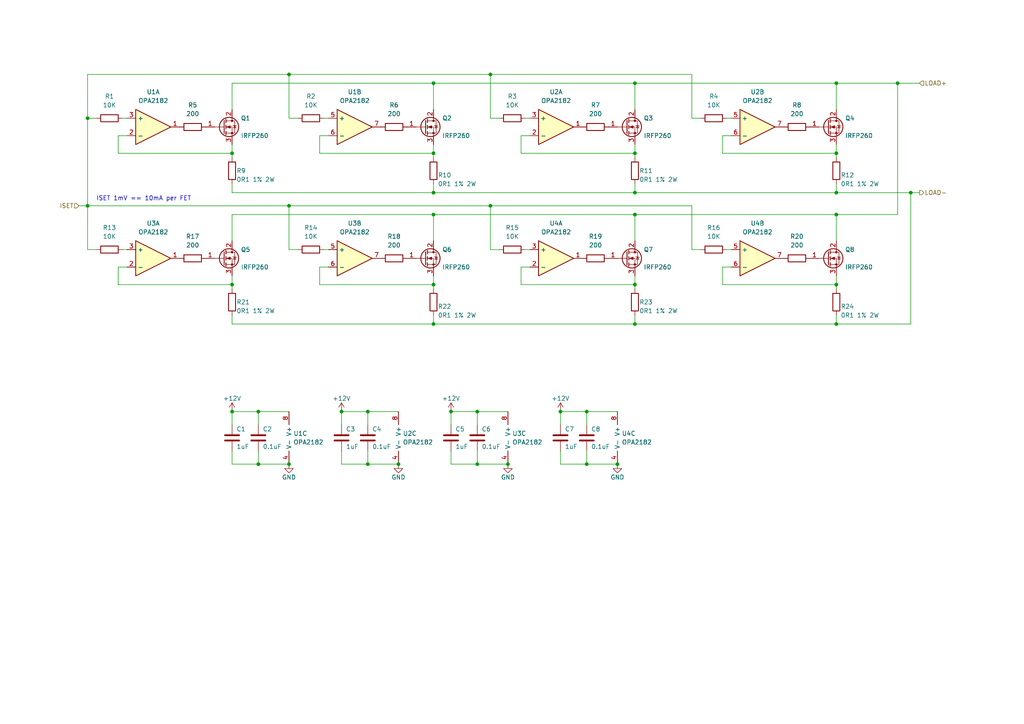
<source format=kicad_sch>
(kicad_sch (version 20211123) (generator eeschema)
  (paper "A4")
  (lib_symbols
    (symbol "Device:C" (pin_numbers hide) (pin_names (offset 0.254))
      (property "Reference" "C" (at 0.635 2.54 0))
      (property "Value" "C" (at 0.635 -2.54 0))
      (symbol "C_0_1"
        (polyline (pts (xy -2.032 -0.762) (xy 2.032 -0.762)) (stroke (width 0.508)))
        (polyline (pts (xy -2.032 0.762) (xy 2.032 0.762)) (stroke (width 0.508)))
      )
      (symbol "C_1_1"
        (pin passive line (at 0 3.81 270) (length 2.794) (name "~") (number "1"))
        (pin passive line (at 0 -3.81 90) (length 2.794) (name "~") (number "2"))
      )
    )
    (symbol "Device:Opamp_Dual"
      (property "Reference" "U" (at 0 5.08 0))
      (property "Value" "Opamp_Dual" (at 0 -5.08 0))
      (symbol "Opamp_Dual_1_1"
        (polyline (pts (xy -5.08 5.08) (xy 5.08 0) (xy -5.08 -5.08) (xy -5.08 5.08)) (stroke (width 0.254)) (fill (type background)))
        (pin output line (at 7.62 0 180) (length 2.54) (name "~") (number "1"))
        (pin input line (at -7.62 -2.54 0) (length 2.54) (name "-") (number "2"))
        (pin input line (at -7.62 2.54 0) (length 2.54) (name "+") (number "3"))
      )
      (symbol "Opamp_Dual_2_1"
        (polyline (pts (xy -5.08 5.08) (xy 5.08 0) (xy -5.08 -5.08) (xy -5.08 5.08)) (stroke (width 0.254)) (fill (type background)))
        (pin input line (at -7.62 2.54 0) (length 2.54) (name "+") (number "5"))
        (pin input line (at -7.62 -2.54 0) (length 2.54) (name "-") (number "6"))
        (pin output line (at 7.62 0 180) (length 2.54) (name "~") (number "7"))
      )
      (symbol "Opamp_Dual_3_1"
        (pin power_in line (at -2.54 -7.62 90) (length 3.81) (name "V-") (number "4"))
        (pin power_in line (at -2.54 7.62 270) (length 3.81) (name "V+") (number "8"))
      )
    )
    (symbol "Device:Q_NMOS_GDS" (pin_names (offset 0) hide)
      (property "Reference" "Q" (at 5.08 1.27 0))
      (property "Value" "Q_NMOS_GDS" (at 5.08 -1.27 0))
      (symbol "Q_NMOS_GDS_0_1"
        (polyline (pts (xy 0.254 0) (xy -2.54 0)))
        (polyline (pts (xy 0.254 1.905) (xy 0.254 -1.905)) (stroke (width 0.254)))
        (polyline (pts (xy 0.762 -1.27) (xy 0.762 -2.286)) (stroke (width 0.254)))
        (polyline (pts (xy 0.762 0.508) (xy 0.762 -0.508)) (stroke (width 0.254)))
        (polyline (pts (xy 0.762 2.286) (xy 0.762 1.27)) (stroke (width 0.254)))
        (polyline (pts (xy 2.54 2.54) (xy 2.54 1.778)))
        (polyline (pts (xy 2.54 -2.54) (xy 2.54 0) (xy 0.762 0)))
        (polyline (pts (xy 0.762 -1.778) (xy 3.302 -1.778) (xy 3.302 1.778) (xy 0.762 1.778)))
        (polyline (pts (xy 1.016 0) (xy 2.032 0.381) (xy 2.032 -0.381) (xy 1.016 0)) (fill (type outline)))
        (polyline (pts (xy 2.794 0.508) (xy 2.921 0.381) (xy 3.683 0.381) (xy 3.81 0.254)))
        (polyline (pts (xy 3.302 0.381) (xy 2.921 -0.254) (xy 3.683 -0.254) (xy 3.302 0.381)))
        (circle (center 1.651 0) (radius 2.794) (stroke (width 0.254)))
        (circle (center 2.54 -1.778) (radius 0.254) (fill (type outline)))
        (circle (center 2.54 1.778) (radius 0.254) (fill (type outline)))
      )
      (symbol "Q_NMOS_GDS_1_1"
        (pin input line (at -5.08 0 0) (length 2.54) (name "G") (number "1"))
        (pin passive line (at 2.54 5.08 270) (length 2.54) (name "D") (number "2"))
        (pin passive line (at 2.54 -5.08 90) (length 2.54) (name "S") (number "3"))
      )
    )
    (symbol "Device:R" (pin_numbers hide) (pin_names (offset 0))
      (property "Reference" "R" (at 2.032 0 90))
      (property "Value" "R" (at 0 0 90))
      (symbol "R_0_1"
        (rectangle (start -1.016 -2.54) (end 1.016 2.54) (stroke (width 0.254)))
      )
      (symbol "R_1_1"
        (pin passive line (at 0 3.81 270) (length 1.27) (name "~") (number "1"))
        (pin passive line (at 0 -3.81 90) (length 1.27) (name "~") (number "2"))
      )
    )
    (symbol "power:+12V" (power) (pin_names (offset 0))
      (property "Value" "+12V" (at 0 3.556 0))
      (symbol "+12V_0_1"
        (polyline (pts (xy -0.762 1.27) (xy 0 2.54)))
        (polyline (pts (xy 0 0) (xy 0 2.54)))
        (polyline (pts (xy 0 2.54) (xy 0.762 1.27)))
      )
      (symbol "+12V_1_1"
        (pin power_in line (at 0 0 90) (length 0) hide (name "+12V") (number "1"))
      )
    )
    (symbol "power:GND" (power) (pin_names (offset 0))
      (property "Value" "GND" (at 0 -3.81 0))
      (symbol "GND_0_1"
        (polyline (pts (xy 0 0) (xy 0 -1.27) (xy 1.27 -1.27) (xy 0 -2.54) (xy -1.27 -1.27) (xy 0 -1.27)))
      )
      (symbol "GND_1_1"
        (pin power_in line (at 0 0 270) (length 0) hide (name "GND") (number "1"))
      )
    )
  )
  (junction (at 125.73 55.88))
  (junction (at 67.31 119.38))
  (junction (at 184.15 24.13))
  (junction (at 142.24 59.69))
  (junction (at 115.57 134.62))
  (junction (at 138.43 119.38))
  (junction (at 242.57 55.88))
  (junction (at 242.57 62.23))
  (junction (at 184.15 82.55))
  (junction (at 99.06 119.38))
  (junction (at 147.32 134.62))
  (junction (at 179.07 134.62))
  (junction (at 184.15 44.45))
  (junction (at 125.73 82.55))
  (junction (at 242.57 44.45))
  (junction (at 83.82 21.59))
  (junction (at 242.57 24.13))
  (junction (at 264.16 55.88))
  (junction (at 67.31 44.45))
  (junction (at 74.93 119.38))
  (junction (at 125.73 24.13))
  (junction (at 142.24 21.59))
  (junction (at 170.18 134.62))
  (junction (at 125.73 62.23))
  (junction (at 184.15 55.88))
  (junction (at 83.82 134.62))
  (junction (at 67.31 82.55))
  (junction (at 260.35 24.13))
  (junction (at 106.68 119.38))
  (junction (at 125.73 93.98))
  (junction (at 83.82 59.69))
  (junction (at 25.4 59.69))
  (junction (at 25.4 34.29))
  (junction (at 130.81 119.38))
  (junction (at 125.73 44.45))
  (junction (at 74.93 134.62))
  (junction (at 242.57 82.55))
  (junction (at 184.15 62.23))
  (junction (at 170.18 119.38))
  (junction (at 138.43 134.62))
  (junction (at 242.57 93.98))
  (junction (at 106.68 134.62))
  (junction (at 184.15 93.98))
  (junction (at 162.56 119.38))
  (wire (pts (xy 95.25 77.47) (xy 92.71 77.47)))
  (wire (pts (xy 34.29 82.55) (xy 67.31 82.55)))
  (wire (pts (xy 242.57 41.91) (xy 242.57 44.45)))
  (wire (pts (xy 67.31 80.01) (xy 67.31 82.55)))
  (wire (pts (xy 210.82 72.39) (xy 212.09 72.39)))
  (wire (pts (xy 200.66 34.29) (xy 203.2 34.29)))
  (wire (pts (xy 125.73 41.91) (xy 125.73 44.45)))
  (wire (pts (xy 35.56 34.29) (xy 36.83 34.29)))
  (wire (pts (xy 25.4 59.69) (xy 25.4 72.39)))
  (wire (pts (xy 93.98 72.39) (xy 95.25 72.39)))
  (wire (pts (xy 83.82 72.39) (xy 83.82 59.69)))
  (wire (pts (xy 83.82 21.59) (xy 83.82 34.29)))
  (wire (pts (xy 25.4 34.29) (xy 27.94 34.29)))
  (wire (pts (xy 83.82 72.39) (xy 86.36 72.39)))
  (wire (pts (xy 200.66 34.29) (xy 200.66 21.59)))
  (wire (pts (xy 209.55 77.47) (xy 209.55 82.55)))
  (wire (pts (xy 170.18 119.38) (xy 162.56 119.38)))
  (wire (pts (xy 242.57 82.55) (xy 242.57 83.82)))
  (wire (pts (xy 130.81 134.62) (xy 138.43 134.62)))
  (wire (pts (xy 25.4 21.59) (xy 83.82 21.59)))
  (wire (pts (xy 92.71 82.55) (xy 125.73 82.55)))
  (wire (pts (xy 25.4 21.59) (xy 25.4 34.29)))
  (wire (pts (xy 184.15 53.34) (xy 184.15 55.88)))
  (wire (pts (xy 67.31 82.55) (xy 67.31 83.82)))
  (wire (pts (xy 242.57 62.23) (xy 260.35 62.23)))
  (wire (pts (xy 210.82 34.29) (xy 212.09 34.29)))
  (wire (pts (xy 67.31 91.44) (xy 67.31 93.98)))
  (wire (pts (xy 74.93 119.38) (xy 67.31 119.38)))
  (wire (pts (xy 170.18 134.62) (xy 179.07 134.62)))
  (wire (pts (xy 242.57 24.13) (xy 260.35 24.13)))
  (wire (pts (xy 99.06 119.38) (xy 99.06 123.19)))
  (wire (pts (xy 151.13 77.47) (xy 151.13 82.55)))
  (wire (pts (xy 142.24 21.59) (xy 142.24 34.29)))
  (wire (pts (xy 67.31 44.45) (xy 67.31 45.72)))
  (wire (pts (xy 125.73 82.55) (xy 125.73 83.82)))
  (wire (pts (xy 125.73 93.98) (xy 184.15 93.98)))
  (wire (pts (xy 147.32 119.38) (xy 138.43 119.38)))
  (wire (pts (xy 106.68 119.38) (xy 99.06 119.38)))
  (wire (pts (xy 125.73 55.88) (xy 184.15 55.88)))
  (wire (pts (xy 242.57 91.44) (xy 242.57 93.98)))
  (wire (pts (xy 242.57 53.34) (xy 242.57 55.88)))
  (wire (pts (xy 242.57 44.45) (xy 242.57 45.72)))
  (wire (pts (xy 125.73 53.34) (xy 125.73 55.88)))
  (wire (pts (xy 200.66 72.39) (xy 200.66 59.69)))
  (wire (pts (xy 74.93 119.38) (xy 74.93 123.19)))
  (wire (pts (xy 138.43 119.38) (xy 138.43 123.19)))
  (wire (pts (xy 184.15 62.23) (xy 242.57 62.23)))
  (wire (pts (xy 35.56 72.39) (xy 36.83 72.39)))
  (wire (pts (xy 184.15 91.44) (xy 184.15 93.98)))
  (wire (pts (xy 99.06 134.62) (xy 106.68 134.62)))
  (wire (pts (xy 170.18 130.81) (xy 170.18 134.62)))
  (wire (pts (xy 67.31 93.98) (xy 125.73 93.98)))
  (wire (pts (xy 264.16 55.88) (xy 264.16 93.98)))
  (wire (pts (xy 115.57 119.38) (xy 106.68 119.38)))
  (wire (pts (xy 138.43 134.62) (xy 147.32 134.62)))
  (wire (pts (xy 260.35 24.13) (xy 266.7 24.13)))
  (wire (pts (xy 67.31 134.62) (xy 74.93 134.62)))
  (wire (pts (xy 67.31 24.13) (xy 125.73 24.13)))
  (wire (pts (xy 260.35 24.13) (xy 260.35 62.23)))
  (wire (pts (xy 22.86 59.69) (xy 25.4 59.69)))
  (wire (pts (xy 184.15 24.13) (xy 242.57 24.13)))
  (wire (pts (xy 184.15 41.91) (xy 184.15 44.45)))
  (wire (pts (xy 138.43 130.81) (xy 138.43 134.62)))
  (wire (pts (xy 200.66 72.39) (xy 203.2 72.39)))
  (wire (pts (xy 34.29 39.37) (xy 34.29 44.45)))
  (wire (pts (xy 25.4 59.69) (xy 83.82 59.69)))
  (wire (pts (xy 184.15 55.88) (xy 242.57 55.88)))
  (wire (pts (xy 34.29 44.45) (xy 67.31 44.45)))
  (wire (pts (xy 142.24 59.69) (xy 142.24 72.39)))
  (wire (pts (xy 170.18 119.38) (xy 170.18 123.19)))
  (wire (pts (xy 209.55 44.45) (xy 242.57 44.45)))
  (wire (pts (xy 162.56 134.62) (xy 170.18 134.62)))
  (wire (pts (xy 242.57 93.98) (xy 264.16 93.98)))
  (wire (pts (xy 125.73 24.13) (xy 125.73 31.75)))
  (wire (pts (xy 151.13 82.55) (xy 184.15 82.55)))
  (wire (pts (xy 162.56 119.38) (xy 162.56 123.19)))
  (wire (pts (xy 106.68 130.81) (xy 106.68 134.62)))
  (wire (pts (xy 106.68 134.62) (xy 115.57 134.62)))
  (wire (pts (xy 67.31 53.34) (xy 67.31 55.88)))
  (wire (pts (xy 142.24 34.29) (xy 144.78 34.29)))
  (wire (pts (xy 242.57 55.88) (xy 264.16 55.88)))
  (wire (pts (xy 151.13 39.37) (xy 151.13 44.45)))
  (wire (pts (xy 151.13 44.45) (xy 184.15 44.45)))
  (wire (pts (xy 25.4 72.39) (xy 27.94 72.39)))
  (wire (pts (xy 184.15 82.55) (xy 184.15 83.82)))
  (wire (pts (xy 209.55 39.37) (xy 209.55 44.45)))
  (wire (pts (xy 130.81 130.81) (xy 130.81 134.62)))
  (wire (pts (xy 92.71 44.45) (xy 125.73 44.45)))
  (wire (pts (xy 212.09 77.47) (xy 209.55 77.47)))
  (wire (pts (xy 125.73 62.23) (xy 125.73 69.85)))
  (wire (pts (xy 93.98 34.29) (xy 95.25 34.29)))
  (wire (pts (xy 184.15 93.98) (xy 242.57 93.98)))
  (wire (pts (xy 83.82 34.29) (xy 86.36 34.29)))
  (wire (pts (xy 184.15 24.13) (xy 184.15 31.75)))
  (wire (pts (xy 184.15 62.23) (xy 184.15 69.85)))
  (wire (pts (xy 74.93 130.81) (xy 74.93 134.62)))
  (wire (pts (xy 212.09 39.37) (xy 209.55 39.37)))
  (wire (pts (xy 99.06 130.81) (xy 99.06 134.62)))
  (wire (pts (xy 95.25 39.37) (xy 92.71 39.37)))
  (wire (pts (xy 106.68 119.38) (xy 106.68 123.19)))
  (wire (pts (xy 67.31 130.81) (xy 67.31 134.62)))
  (wire (pts (xy 242.57 62.23) (xy 242.57 69.85)))
  (wire (pts (xy 92.71 39.37) (xy 92.71 44.45)))
  (wire (pts (xy 152.4 34.29) (xy 153.67 34.29)))
  (wire (pts (xy 83.82 21.59) (xy 142.24 21.59)))
  (wire (pts (xy 138.43 119.38) (xy 130.81 119.38)))
  (wire (pts (xy 67.31 55.88) (xy 125.73 55.88)))
  (wire (pts (xy 67.31 24.13) (xy 67.31 31.75)))
  (wire (pts (xy 125.73 91.44) (xy 125.73 93.98)))
  (wire (pts (xy 25.4 34.29) (xy 25.4 59.69)))
  (wire (pts (xy 162.56 130.81) (xy 162.56 134.62)))
  (wire (pts (xy 242.57 80.01) (xy 242.57 82.55)))
  (wire (pts (xy 34.29 77.47) (xy 34.29 82.55)))
  (wire (pts (xy 142.24 59.69) (xy 83.82 59.69)))
  (wire (pts (xy 264.16 55.88) (xy 266.7 55.88)))
  (wire (pts (xy 242.57 24.13) (xy 242.57 31.75)))
  (wire (pts (xy 36.83 77.47) (xy 34.29 77.47)))
  (wire (pts (xy 209.55 82.55) (xy 242.57 82.55)))
  (wire (pts (xy 67.31 62.23) (xy 125.73 62.23)))
  (wire (pts (xy 67.31 119.38) (xy 67.31 123.19)))
  (wire (pts (xy 130.81 119.38) (xy 130.81 123.19)))
  (wire (pts (xy 184.15 80.01) (xy 184.15 82.55)))
  (wire (pts (xy 83.82 119.38) (xy 74.93 119.38)))
  (wire (pts (xy 67.31 62.23) (xy 67.31 69.85)))
  (wire (pts (xy 179.07 119.38) (xy 170.18 119.38)))
  (wire (pts (xy 142.24 21.59) (xy 200.66 21.59)))
  (wire (pts (xy 125.73 24.13) (xy 184.15 24.13)))
  (wire (pts (xy 125.73 80.01) (xy 125.73 82.55)))
  (wire (pts (xy 153.67 77.47) (xy 151.13 77.47)))
  (wire (pts (xy 142.24 72.39) (xy 144.78 72.39)))
  (wire (pts (xy 74.93 134.62) (xy 83.82 134.62)))
  (wire (pts (xy 152.4 72.39) (xy 153.67 72.39)))
  (wire (pts (xy 184.15 44.45) (xy 184.15 45.72)))
  (wire (pts (xy 67.31 41.91) (xy 67.31 44.45)))
  (wire (pts (xy 36.83 39.37) (xy 34.29 39.37)))
  (wire (pts (xy 92.71 77.47) (xy 92.71 82.55)))
  (wire (pts (xy 125.73 62.23) (xy 184.15 62.23)))
  (wire (pts (xy 153.67 39.37) (xy 151.13 39.37)))
  (wire (pts (xy 200.66 59.69) (xy 142.24 59.69)))
  (wire (pts (xy 125.73 44.45) (xy 125.73 45.72)))
  (text "ISET 1mV == 10mA per FET" (at 27.94 58.42 0) (effects (font (size 1.27 1.27)) (justify left bottom)))
  (hierarchical_label "LOAD-" (shape output) (at 266.7 55.88 0))
  (hierarchical_label "ISET" (shape input) (at 22.86 59.69 180))
  (hierarchical_label "LOAD+" (shape input) (at 266.7 24.13 0))
  (symbol (lib_id "Device:R") (at 242.57 87.63 0) (unit 1)
    (property "Reference" "R24" (at 243.84 88.9 0) (effects (justify left)))
    (property "Value" "0R1 1% 2W" (at 243.84 91.44 0) (effects (justify left)))
    (property "Footprint" "Resistor_THT:R_Axial_DIN0516_L15.5mm_D5.0mm_P20.32mm_Horizontal" (effects hide))
  )
  (symbol (lib_id "Device:Opamp_Dual") (at 44.45 74.93 0) (unit 1) (on_board no)
    (property "Reference" "U3" (at 44.45 64.77 0))
    (property "Value" "OPA2182" (at 44.45 67.31 0))
  )
  (symbol (lib_id "Device:Opamp_Dual") (at 44.45 36.83 0) (unit 1)
    (property "Reference" "U1" (at 44.45 26.67 0))
    (property "Value" "OPA2182" (at 44.45 29.21 0))
    (property "Footprint" "Package_SO:VSSOP-8_3.0x3.0mm_P0.65mm" (effects hide))
  )
  (symbol (lib_id "Device:R") (at 184.15 49.53 0) (unit 1)
    (property "Reference" "R11" (at 185.42 49.53 0) (effects (justify left)))
    (property "Value" "0R1 1% 2W" (at 185.42 52.07 0) (effects (justify left)))
    (property "Footprint" "Resistor_THT:R_Axial_DIN0516_L15.5mm_D5.0mm_P20.32mm_Horizontal" (effects hide))
  )
  (symbol (lib_id "Device:Opamp_Dual") (at 149.86 127 0) (unit 3) (on_board no)
    (property "Reference" "U3" (at 148.59 125.7299 0) (effects (justify left)))
    (property "Value" "OPA2182" (at 148.59 128.2699 0) (effects (justify left)))
  )
  (symbol (lib_id "power:+12V") (at 67.31 119.38 0) (unit 1)
    (property "Reference" "#PWR01" (effects hide))
    (property "Value" "+12V" (at 67.31 115.57 0))
  )
  (symbol (lib_id "Device:C") (at 67.31 127 0) (unit 1)
    (property "Reference" "C1" (at 68.58 124.46 0) (effects (justify left)))
    (property "Value" "1uF" (at 68.58 129.54 0) (effects (justify left)))
    (property "Footprint" "Capacitor_SMD:C_0201_0603Metric" (effects hide))
  )
  (symbol (lib_id "Device:R") (at 114.3 36.83 90) (unit 1)
    (property "Reference" "R6" (at 114.3 30.48 90))
    (property "Value" "200" (at 114.3 33.02 90))
    (property "Footprint" "Resistor_SMD:R_0603_1608Metric" (effects hide))
  )
  (symbol (lib_id "Device:R") (at 125.73 49.53 0) (unit 1)
    (property "Reference" "R10" (at 127 50.8 0) (effects (justify left)))
    (property "Value" "0R1 1% 2W" (at 127 53.34 0) (effects (justify left)))
    (property "Footprint" "Resistor_THT:R_Axial_DIN0516_L15.5mm_D5.0mm_P20.32mm_Horizontal" (effects hide))
  )
  (symbol (lib_id "Device:Opamp_Dual") (at 118.11 127 0) (unit 3)
    (property "Reference" "U2" (at 116.84 125.7299 0) (effects (justify left)))
    (property "Value" "OPA2182" (at 116.84 128.2699 0) (effects (justify left)))
    (property "Footprint" "Package_SO:VSSOP-8_3.0x3.0mm_P0.65mm" (effects hide))
  )
  (symbol (lib_id "power:GND") (at 179.07 134.62 0) (unit 1)
    (property "Reference" "#PWR010" (effects hide))
    (property "Value" "GND" (at 179.07 138.43 0))
  )
  (symbol (lib_id "Device:R") (at 31.75 72.39 90) (unit 1)
    (property "Reference" "R13" (at 31.75 66.04 90))
    (property "Value" "10K" (at 31.75 68.58 90))
    (property "Footprint" "Resistor_SMD:R_0603_1608Metric" (effects hide))
  )
  (symbol (lib_id "Device:Opamp_Dual") (at 219.71 74.93 0) (unit 2)
    (property "Reference" "U4" (at 219.71 64.77 0))
    (property "Value" "OPA2182" (at 219.71 67.31 0))
    (property "Footprint" "Package_SO:VSSOP-8_3.0x3.0mm_P0.65mm" (effects hide))
  )
  (symbol (lib_id "Device:R") (at 55.88 74.93 90) (unit 1)
    (property "Reference" "R17" (at 55.88 68.58 90))
    (property "Value" "200" (at 55.88 71.12 90))
    (property "Footprint" "Resistor_SMD:R_0603_1608Metric" (effects hide))
  )
  (symbol (lib_id "Device:Opamp_Dual") (at 161.29 74.93 0) (unit 1)
    (property "Reference" "U4" (at 161.29 64.77 0))
    (property "Value" "OPA2182" (at 161.29 67.31 0))
    (property "Footprint" "Package_SO:VSSOP-8_3.0x3.0mm_P0.65mm" (effects hide))
  )
  (symbol (lib_id "Device:R") (at 242.57 49.53 0) (unit 1)
    (property "Reference" "R12" (at 243.84 50.8 0) (effects (justify left)))
    (property "Value" "0R1 1% 2W" (at 243.84 53.34 0) (effects (justify left)))
    (property "Footprint" "Resistor_THT:R_Axial_DIN0516_L15.5mm_D5.0mm_P20.32mm_Horizontal" (effects hide))
  )
  (symbol (lib_id "Device:C") (at 138.43 127 0) (unit 1)
    (property "Reference" "C6" (at 139.7 124.46 0) (effects (justify left)))
    (property "Value" "0.1uF" (at 139.7 129.54 0) (effects (justify left)))
    (property "Footprint" "Capacitor_SMD:C_0201_0603Metric" (effects hide))
  )
  (symbol (lib_id "Device:R") (at 184.15 87.63 0) (unit 1)
    (property "Reference" "R23" (at 185.42 87.63 0) (effects (justify left)))
    (property "Value" "0R1 1% 2W" (at 185.42 90.17 0) (effects (justify left)))
    (property "Footprint" "Resistor_THT:R_Axial_DIN0516_L15.5mm_D5.0mm_P20.32mm_Horizontal" (effects hide))
  )
  (symbol (lib_id "Device:Opamp_Dual") (at 161.29 36.83 0) (unit 1)
    (property "Reference" "U2" (at 161.29 26.67 0))
    (property "Value" "OPA2182" (at 161.29 29.21 0))
    (property "Footprint" "Package_SO:VSSOP-8_3.0x3.0mm_P0.65mm" (effects hide))
  )
  (symbol (lib_id "Device:Q_NMOS_GDS") (at 240.03 36.83 0) (unit 1)
    (property "Reference" "Q4" (at 245.11 34.29 0) (effects (justify left)))
    (property "Value" "IRFP260" (at 245.11 39.37 0) (effects (justify left)))
    (property "Footprint" "Package_TO_SOT_THT:TO-247-3_Vertical" (effects hide))
  )
  (symbol (lib_id "Device:R") (at 172.72 74.93 90) (unit 1)
    (property "Reference" "R19" (at 172.72 68.58 90))
    (property "Value" "200" (at 172.72 71.12 90))
    (property "Footprint" "Resistor_SMD:R_0603_1608Metric" (effects hide))
  )
  (symbol (lib_id "power:GND") (at 147.32 134.62 0) (unit 1)
    (property "Reference" "#PWR06" (effects hide))
    (property "Value" "GND" (at 147.32 138.43 0))
  )
  (symbol (lib_id "Device:Q_NMOS_GDS") (at 64.77 74.93 0) (unit 1)
    (property "Reference" "Q5" (at 69.85 72.39 0) (effects (justify left)))
    (property "Value" "IRFP260" (at 69.85 77.47 0) (effects (justify left)))
    (property "Footprint" "Package_TO_SOT_THT:TO-247-3_Vertical" (effects hide))
  )
  (symbol (lib_id "Device:R") (at 148.59 72.39 90) (unit 1)
    (property "Reference" "R15" (at 148.59 66.04 90))
    (property "Value" "10K" (at 148.59 68.58 90))
    (property "Footprint" "Resistor_SMD:R_0603_1608Metric" (effects hide))
  )
  (symbol (lib_id "Device:Q_NMOS_GDS") (at 240.03 74.93 0) (unit 1)
    (property "Reference" "Q8" (at 245.11 72.39 0) (effects (justify left)))
    (property "Value" "IRFP260" (at 245.11 77.47 0) (effects (justify left)))
    (property "Footprint" "Package_TO_SOT_THT:TO-247-3_Vertical" (effects hide))
  )
  (symbol (lib_id "Device:C") (at 99.06 127 0) (unit 1)
    (property "Reference" "C3" (at 100.33 124.46 0) (effects (justify left)))
    (property "Value" "1uF" (at 100.33 129.54 0) (effects (justify left)))
    (property "Footprint" "Capacitor_SMD:C_0201_0603Metric" (effects hide))
  )
  (symbol (lib_id "Device:R") (at 231.14 74.93 90) (unit 1)
    (property "Reference" "R20" (at 231.14 68.58 90))
    (property "Value" "200" (at 231.14 71.12 90))
    (property "Footprint" "Resistor_SMD:R_0603_1608Metric" (effects hide))
  )
  (symbol (lib_id "Device:R") (at 55.88 36.83 90) (unit 1)
    (property "Reference" "R5" (at 55.88 30.48 90))
    (property "Value" "200" (at 55.88 33.02 90))
    (property "Footprint" "Resistor_SMD:R_0603_1608Metric" (effects hide))
  )
  (symbol (lib_id "Device:Opamp_Dual") (at 219.71 36.83 0) (unit 2)
    (property "Reference" "U2" (at 219.71 26.67 0))
    (property "Value" "OPA2182" (at 219.71 29.21 0))
    (property "Footprint" "Package_SO:VSSOP-8_3.0x3.0mm_P0.65mm" (effects hide))
  )
  (symbol (lib_id "Device:R") (at 125.73 87.63 0) (unit 1)
    (property "Reference" "R22" (at 127 88.9 0) (effects (justify left)))
    (property "Value" "0R1 1% 2W" (at 127 91.44 0) (effects (justify left)))
    (property "Footprint" "Resistor_THT:R_Axial_DIN0516_L15.5mm_D5.0mm_P20.32mm_Horizontal" (effects hide))
  )
  (symbol (lib_id "Device:Opamp_Dual") (at 86.36 127 0) (unit 3)
    (property "Reference" "U1" (at 85.09 125.7299 0) (effects (justify left)))
    (property "Value" "OPA2182" (at 85.09 128.2699 0) (effects (justify left)))
    (property "Footprint" "Package_SO:VSSOP-8_3.0x3.0mm_P0.65mm" (effects hide))
  )
  (symbol (lib_id "Device:C") (at 170.18 127 0) (unit 1)
    (property "Reference" "C8" (at 171.45 124.46 0) (effects (justify left)))
    (property "Value" "0.1uF" (at 171.45 129.54 0) (effects (justify left)))
    (property "Footprint" "Capacitor_SMD:C_0201_0603Metric" (effects hide))
  )
  (symbol (lib_id "Device:Q_NMOS_GDS") (at 123.19 36.83 0) (unit 1)
    (property "Reference" "Q2" (at 128.27 34.29 0) (effects (justify left)))
    (property "Value" "IRFP260" (at 128.27 39.37 0) (effects (justify left)))
    (property "Footprint" "Package_TO_SOT_THT:TO-247-3_Vertical" (effects hide))
  )
  (symbol (lib_id "Device:R") (at 207.01 72.39 90) (unit 1)
    (property "Reference" "R16" (at 207.01 66.04 90))
    (property "Value" "10K" (at 207.01 68.58 90))
    (property "Footprint" "Resistor_SMD:R_0603_1608Metric" (effects hide))
  )
  (symbol (lib_id "Device:Q_NMOS_GDS") (at 181.61 74.93 0) (unit 1)
    (property "Reference" "Q7" (at 186.69 72.39 0) (effects (justify left)))
    (property "Value" "IRFP260" (at 186.69 77.47 0) (effects (justify left)))
    (property "Footprint" "Package_TO_SOT_THT:TO-247-3_Vertical" (effects hide))
  )
  (symbol (lib_id "power:+12V") (at 99.06 119.38 0) (unit 1)
    (property "Reference" "#PWR02" (effects hide))
    (property "Value" "+12V" (at 99.06 115.57 0))
  )
  (symbol (lib_id "Device:R") (at 207.01 34.29 90) (unit 1)
    (property "Reference" "R4" (at 207.01 27.94 90))
    (property "Value" "10K" (at 207.01 30.48 90))
    (property "Footprint" "Resistor_SMD:R_0603_1608Metric" (effects hide))
  )
  (symbol (lib_id "Device:C") (at 162.56 127 0) (unit 1)
    (property "Reference" "C7" (at 163.83 124.46 0) (effects (justify left)))
    (property "Value" "1uF" (at 163.83 129.54 0) (effects (justify left)))
    (property "Footprint" "Capacitor_SMD:C_0201_0603Metric" (effects hide))
  )
  (symbol (lib_id "Device:Q_NMOS_GDS") (at 64.77 36.83 0) (unit 1)
    (property "Reference" "Q1" (at 69.85 34.29 0) (effects (justify left)))
    (property "Value" "IRFP260" (at 69.85 39.37 0) (effects (justify left)))
    (property "Footprint" "Package_TO_SOT_THT:TO-247-3_Vertical" (effects hide))
  )
  (symbol (lib_id "Device:R") (at 67.31 87.63 0) (unit 1)
    (property "Reference" "R21" (at 68.58 87.63 0) (effects (justify left)))
    (property "Value" "0R1 1% 2W" (at 68.58 90.17 0) (effects (justify left)))
    (property "Footprint" "Resistor_THT:R_Axial_DIN0516_L15.5mm_D5.0mm_P20.32mm_Horizontal" (effects hide))
  )
  (symbol (lib_id "Device:R") (at 90.17 34.29 90) (unit 1)
    (property "Reference" "R2" (at 90.17 27.94 90))
    (property "Value" "10K" (at 90.17 30.48 90))
    (property "Footprint" "Resistor_SMD:R_0603_1608Metric" (effects hide))
  )
  (symbol (lib_id "Device:Q_NMOS_GDS") (at 181.61 36.83 0) (unit 1)
    (property "Reference" "Q3" (at 186.69 34.29 0) (effects (justify left)))
    (property "Value" "IRFP260" (at 186.69 39.37 0) (effects (justify left)))
    (property "Footprint" "Package_TO_SOT_THT:TO-247-3_Vertical" (effects hide))
  )
  (symbol (lib_id "Device:R") (at 31.75 34.29 90) (unit 1)
    (property "Reference" "R1" (at 31.75 27.94 90))
    (property "Value" "10K" (at 31.75 30.48 90))
    (property "Footprint" "Resistor_SMD:R_0603_1608Metric" (effects hide))
  )
  (symbol (lib_id "power:+12V") (at 162.56 119.38 0) (unit 1)
    (property "Reference" "#PWR07" (effects hide))
    (property "Value" "+12V" (at 162.56 115.57 0))
  )
  (symbol (lib_id "Device:Q_NMOS_GDS") (at 123.19 74.93 0) (unit 1)
    (property "Reference" "Q6" (at 128.27 72.39 0) (effects (justify left)))
    (property "Value" "IRFP260" (at 128.27 77.47 0) (effects (justify left)))
    (property "Footprint" "Package_TO_SOT_THT:TO-247-3_Vertical" (effects hide))
  )
  (symbol (lib_id "Device:Opamp_Dual") (at 181.61 127 0) (unit 3)
    (property "Reference" "U4" (at 180.34 125.7299 0) (effects (justify left)))
    (property "Value" "OPA2182" (at 180.34 128.2699 0) (effects (justify left)))
    (property "Footprint" "Package_SO:VSSOP-8_3.0x3.0mm_P0.65mm" (effects hide))
  )
  (symbol (lib_id "Device:R") (at 172.72 36.83 90) (unit 1)
    (property "Reference" "R7" (at 172.72 30.48 90))
    (property "Value" "200" (at 172.72 33.02 90))
    (property "Footprint" "Resistor_SMD:R_0603_1608Metric" (effects hide))
  )
  (symbol (lib_id "Device:Opamp_Dual") (at 102.87 74.93 0) (unit 2) (on_board no)
    (property "Reference" "U3" (at 102.87 64.77 0))
    (property "Value" "OPA2182" (at 102.87 67.31 0))
  )
  (symbol (lib_id "Device:R") (at 148.59 34.29 90) (unit 1)
    (property "Reference" "R3" (at 148.59 27.94 90))
    (property "Value" "10K" (at 148.59 30.48 90))
    (property "Footprint" "Resistor_SMD:R_0603_1608Metric" (effects hide))
  )
  (symbol (lib_id "power:GND") (at 83.82 134.62 0) (unit 1)
    (property "Reference" "#PWR04" (effects hide))
    (property "Value" "GND" (at 83.82 138.43 0))
  )
  (symbol (lib_id "Device:R") (at 67.31 49.53 0) (unit 1)
    (property "Reference" "R9" (at 68.58 49.53 0) (effects (justify left)))
    (property "Value" "0R1 1% 2W" (at 68.58 52.07 0) (effects (justify left)))
    (property "Footprint" "Resistor_THT:R_Axial_DIN0516_L15.5mm_D5.0mm_P20.32mm_Horizontal" (effects hide))
  )
  (symbol (lib_id "power:GND") (at 115.57 134.62 0) (unit 1)
    (property "Reference" "#PWR05" (effects hide))
    (property "Value" "GND" (at 115.57 138.43 0))
  )
  (symbol (lib_id "Device:C") (at 74.93 127 0) (unit 1)
    (property "Reference" "C2" (at 76.2 124.46 0) (effects (justify left)))
    (property "Value" "0.1uF" (at 76.2 129.54 0) (effects (justify left)))
    (property "Footprint" "Capacitor_SMD:C_0201_0603Metric" (effects hide))
  )
  (symbol (lib_id "power:+12V") (at 130.81 119.38 0) (unit 1)
    (property "Reference" "#PWR03" (effects hide))
    (property "Value" "+12V" (at 130.81 115.57 0))
  )
  (symbol (lib_id "Device:Opamp_Dual") (at 102.87 36.83 0) (unit 2)
    (property "Reference" "U1" (at 102.87 26.67 0))
    (property "Value" "OPA2182" (at 102.87 29.21 0))
    (property "Footprint" "Package_SO:VSSOP-8_3.0x3.0mm_P0.65mm" (effects hide))
  )
  (symbol (lib_id "Device:C") (at 130.81 127 0) (unit 1)
    (property "Reference" "C5" (at 132.08 124.46 0) (effects (justify left)))
    (property "Value" "1uF" (at 132.08 129.54 0) (effects (justify left)))
    (property "Footprint" "Capacitor_SMD:C_0201_0603Metric" (effects hide))
  )
  (symbol (lib_id "Device:R") (at 90.17 72.39 90) (unit 1)
    (property "Reference" "R14" (at 90.17 66.04 90))
    (property "Value" "10K" (at 90.17 68.58 90))
    (property "Footprint" "Resistor_SMD:R_0603_1608Metric" (effects hide))
  )
  (symbol (lib_id "Device:R") (at 231.14 36.83 90) (unit 1)
    (property "Reference" "R8" (at 231.14 30.48 90))
    (property "Value" "200" (at 231.14 33.02 90))
    (property "Footprint" "Resistor_SMD:R_0603_1608Metric" (effects hide))
  )
  (symbol (lib_id "Device:R") (at 114.3 74.93 90) (unit 1)
    (property "Reference" "R18" (at 114.3 68.58 90))
    (property "Value" "200" (at 114.3 71.12 90))
    (property "Footprint" "Resistor_SMD:R_0603_1608Metric" (effects hide))
  )
  (symbol (lib_id "Device:C") (at 106.68 127 0) (unit 1)
    (property "Reference" "C4" (at 107.95 124.46 0) (effects (justify left)))
    (property "Value" "0.1uF" (at 107.95 129.54 0) (effects (justify left)))
    (property "Footprint" "Capacitor_SMD:C_0201_0603Metric" (effects hide))
  )
)
</source>
